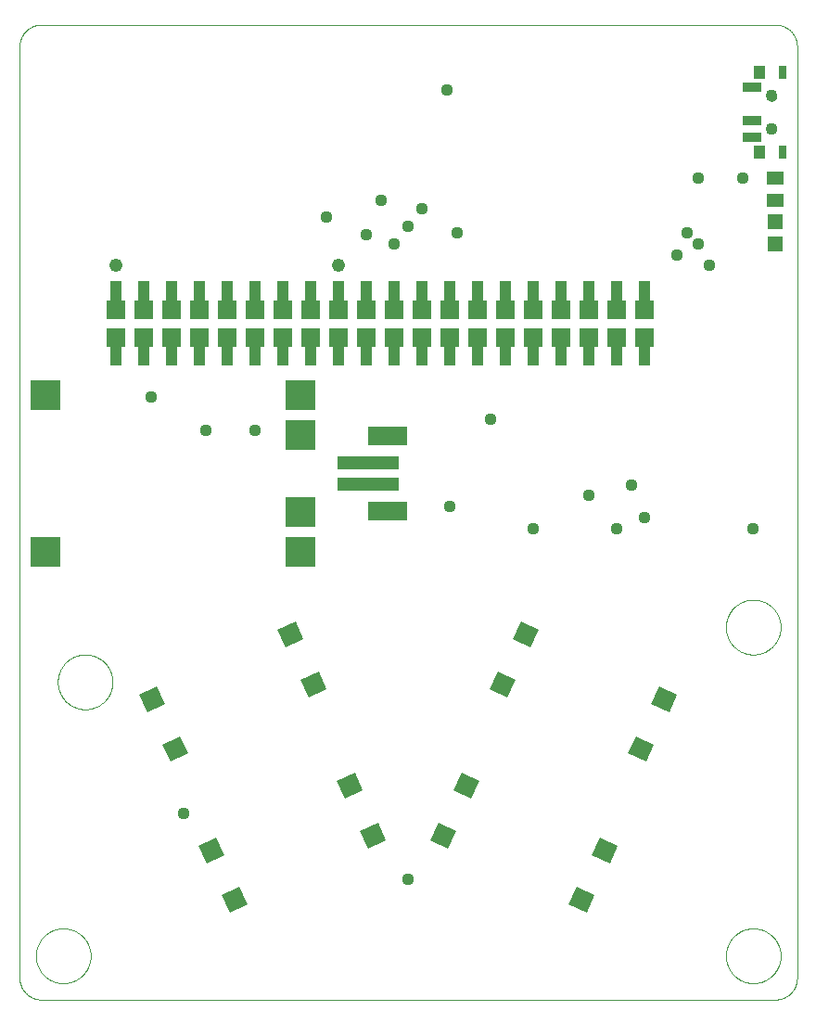
<source format=gbs>
G75*
%MOIN*%
%OFA0B0*%
%FSLAX25Y25*%
%IPPOS*%
%LPD*%
%AMOC8*
5,1,8,0,0,1.08239X$1,22.5*
%
%ADD10C,0.00000*%
%ADD11C,0.00039*%
%ADD12R,0.06800X0.06800*%
%ADD13R,0.04000X0.07800*%
%ADD14R,0.22454X0.04737*%
%ADD15R,0.14186X0.07099*%
%ADD16R,0.10800X0.10800*%
%ADD17R,0.07099X0.06902*%
%ADD18R,0.06312X0.05131*%
%ADD19R,0.05524X0.05524*%
%ADD20R,0.06706X0.03556*%
%ADD21R,0.03162X0.04737*%
%ADD22R,0.03950X0.04737*%
%ADD23C,0.04343*%
%ADD24C,0.04369*%
%ADD25C,0.04762*%
D10*
X0003248Y0009374D02*
X0003248Y0344020D01*
X0003250Y0344210D01*
X0003257Y0344400D01*
X0003269Y0344590D01*
X0003285Y0344780D01*
X0003305Y0344969D01*
X0003331Y0345158D01*
X0003360Y0345346D01*
X0003395Y0345533D01*
X0003434Y0345719D01*
X0003477Y0345904D01*
X0003525Y0346089D01*
X0003577Y0346272D01*
X0003633Y0346453D01*
X0003694Y0346633D01*
X0003760Y0346812D01*
X0003829Y0346989D01*
X0003903Y0347165D01*
X0003981Y0347338D01*
X0004064Y0347510D01*
X0004150Y0347679D01*
X0004240Y0347847D01*
X0004335Y0348012D01*
X0004433Y0348175D01*
X0004536Y0348335D01*
X0004642Y0348493D01*
X0004752Y0348648D01*
X0004865Y0348801D01*
X0004983Y0348951D01*
X0005104Y0349097D01*
X0005228Y0349241D01*
X0005356Y0349382D01*
X0005487Y0349520D01*
X0005622Y0349655D01*
X0005760Y0349786D01*
X0005901Y0349914D01*
X0006045Y0350038D01*
X0006191Y0350159D01*
X0006341Y0350277D01*
X0006494Y0350390D01*
X0006649Y0350500D01*
X0006807Y0350606D01*
X0006967Y0350709D01*
X0007130Y0350807D01*
X0007295Y0350902D01*
X0007463Y0350992D01*
X0007632Y0351078D01*
X0007804Y0351161D01*
X0007977Y0351239D01*
X0008153Y0351313D01*
X0008330Y0351382D01*
X0008509Y0351448D01*
X0008689Y0351509D01*
X0008870Y0351565D01*
X0009053Y0351617D01*
X0009238Y0351665D01*
X0009423Y0351708D01*
X0009609Y0351747D01*
X0009796Y0351782D01*
X0009984Y0351811D01*
X0010173Y0351837D01*
X0010362Y0351857D01*
X0010552Y0351873D01*
X0010742Y0351885D01*
X0010932Y0351892D01*
X0011122Y0351894D01*
X0274902Y0351894D01*
X0275092Y0351892D01*
X0275282Y0351885D01*
X0275472Y0351873D01*
X0275662Y0351857D01*
X0275851Y0351837D01*
X0276040Y0351811D01*
X0276228Y0351782D01*
X0276415Y0351747D01*
X0276601Y0351708D01*
X0276786Y0351665D01*
X0276971Y0351617D01*
X0277154Y0351565D01*
X0277335Y0351509D01*
X0277515Y0351448D01*
X0277694Y0351382D01*
X0277871Y0351313D01*
X0278047Y0351239D01*
X0278220Y0351161D01*
X0278392Y0351078D01*
X0278561Y0350992D01*
X0278729Y0350902D01*
X0278894Y0350807D01*
X0279057Y0350709D01*
X0279217Y0350606D01*
X0279375Y0350500D01*
X0279530Y0350390D01*
X0279683Y0350277D01*
X0279833Y0350159D01*
X0279979Y0350038D01*
X0280123Y0349914D01*
X0280264Y0349786D01*
X0280402Y0349655D01*
X0280537Y0349520D01*
X0280668Y0349382D01*
X0280796Y0349241D01*
X0280920Y0349097D01*
X0281041Y0348951D01*
X0281159Y0348801D01*
X0281272Y0348648D01*
X0281382Y0348493D01*
X0281488Y0348335D01*
X0281591Y0348175D01*
X0281689Y0348012D01*
X0281784Y0347847D01*
X0281874Y0347679D01*
X0281960Y0347510D01*
X0282043Y0347338D01*
X0282121Y0347165D01*
X0282195Y0346989D01*
X0282264Y0346812D01*
X0282330Y0346633D01*
X0282391Y0346453D01*
X0282447Y0346272D01*
X0282499Y0346089D01*
X0282547Y0345904D01*
X0282590Y0345719D01*
X0282629Y0345533D01*
X0282664Y0345346D01*
X0282693Y0345158D01*
X0282719Y0344969D01*
X0282739Y0344780D01*
X0282755Y0344590D01*
X0282767Y0344400D01*
X0282774Y0344210D01*
X0282776Y0344020D01*
X0282776Y0009374D01*
X0282774Y0009184D01*
X0282767Y0008994D01*
X0282755Y0008804D01*
X0282739Y0008614D01*
X0282719Y0008425D01*
X0282693Y0008236D01*
X0282664Y0008048D01*
X0282629Y0007861D01*
X0282590Y0007675D01*
X0282547Y0007490D01*
X0282499Y0007305D01*
X0282447Y0007122D01*
X0282391Y0006941D01*
X0282330Y0006761D01*
X0282264Y0006582D01*
X0282195Y0006405D01*
X0282121Y0006229D01*
X0282043Y0006056D01*
X0281960Y0005884D01*
X0281874Y0005715D01*
X0281784Y0005547D01*
X0281689Y0005382D01*
X0281591Y0005219D01*
X0281488Y0005059D01*
X0281382Y0004901D01*
X0281272Y0004746D01*
X0281159Y0004593D01*
X0281041Y0004443D01*
X0280920Y0004297D01*
X0280796Y0004153D01*
X0280668Y0004012D01*
X0280537Y0003874D01*
X0280402Y0003739D01*
X0280264Y0003608D01*
X0280123Y0003480D01*
X0279979Y0003356D01*
X0279833Y0003235D01*
X0279683Y0003117D01*
X0279530Y0003004D01*
X0279375Y0002894D01*
X0279217Y0002788D01*
X0279057Y0002685D01*
X0278894Y0002587D01*
X0278729Y0002492D01*
X0278561Y0002402D01*
X0278392Y0002316D01*
X0278220Y0002233D01*
X0278047Y0002155D01*
X0277871Y0002081D01*
X0277694Y0002012D01*
X0277515Y0001946D01*
X0277335Y0001885D01*
X0277154Y0001829D01*
X0276971Y0001777D01*
X0276786Y0001729D01*
X0276601Y0001686D01*
X0276415Y0001647D01*
X0276228Y0001612D01*
X0276040Y0001583D01*
X0275851Y0001557D01*
X0275662Y0001537D01*
X0275472Y0001521D01*
X0275282Y0001509D01*
X0275092Y0001502D01*
X0274902Y0001500D01*
X0011122Y0001500D01*
X0010932Y0001502D01*
X0010742Y0001509D01*
X0010552Y0001521D01*
X0010362Y0001537D01*
X0010173Y0001557D01*
X0009984Y0001583D01*
X0009796Y0001612D01*
X0009609Y0001647D01*
X0009423Y0001686D01*
X0009238Y0001729D01*
X0009053Y0001777D01*
X0008870Y0001829D01*
X0008689Y0001885D01*
X0008509Y0001946D01*
X0008330Y0002012D01*
X0008153Y0002081D01*
X0007977Y0002155D01*
X0007804Y0002233D01*
X0007632Y0002316D01*
X0007463Y0002402D01*
X0007295Y0002492D01*
X0007130Y0002587D01*
X0006967Y0002685D01*
X0006807Y0002788D01*
X0006649Y0002894D01*
X0006494Y0003004D01*
X0006341Y0003117D01*
X0006191Y0003235D01*
X0006045Y0003356D01*
X0005901Y0003480D01*
X0005760Y0003608D01*
X0005622Y0003739D01*
X0005487Y0003874D01*
X0005356Y0004012D01*
X0005228Y0004153D01*
X0005104Y0004297D01*
X0004983Y0004443D01*
X0004865Y0004593D01*
X0004752Y0004746D01*
X0004642Y0004901D01*
X0004536Y0005059D01*
X0004433Y0005219D01*
X0004335Y0005382D01*
X0004240Y0005547D01*
X0004150Y0005715D01*
X0004064Y0005884D01*
X0003981Y0006056D01*
X0003903Y0006229D01*
X0003829Y0006405D01*
X0003760Y0006582D01*
X0003694Y0006761D01*
X0003633Y0006941D01*
X0003577Y0007122D01*
X0003525Y0007305D01*
X0003477Y0007490D01*
X0003434Y0007675D01*
X0003395Y0007861D01*
X0003360Y0008048D01*
X0003331Y0008236D01*
X0003305Y0008425D01*
X0003285Y0008614D01*
X0003269Y0008804D01*
X0003257Y0008994D01*
X0003250Y0009184D01*
X0003248Y0009374D01*
X0271752Y0314492D02*
X0271754Y0314576D01*
X0271760Y0314659D01*
X0271770Y0314742D01*
X0271784Y0314825D01*
X0271801Y0314907D01*
X0271823Y0314988D01*
X0271848Y0315067D01*
X0271877Y0315146D01*
X0271910Y0315223D01*
X0271946Y0315298D01*
X0271986Y0315372D01*
X0272029Y0315444D01*
X0272076Y0315513D01*
X0272126Y0315580D01*
X0272179Y0315645D01*
X0272235Y0315707D01*
X0272293Y0315767D01*
X0272355Y0315824D01*
X0272419Y0315877D01*
X0272486Y0315928D01*
X0272555Y0315975D01*
X0272626Y0316020D01*
X0272699Y0316060D01*
X0272774Y0316097D01*
X0272851Y0316131D01*
X0272929Y0316161D01*
X0273008Y0316187D01*
X0273089Y0316210D01*
X0273171Y0316228D01*
X0273253Y0316243D01*
X0273336Y0316254D01*
X0273419Y0316261D01*
X0273503Y0316264D01*
X0273587Y0316263D01*
X0273670Y0316258D01*
X0273754Y0316249D01*
X0273836Y0316236D01*
X0273918Y0316220D01*
X0273999Y0316199D01*
X0274080Y0316175D01*
X0274158Y0316147D01*
X0274236Y0316115D01*
X0274312Y0316079D01*
X0274386Y0316040D01*
X0274458Y0315998D01*
X0274528Y0315952D01*
X0274596Y0315903D01*
X0274661Y0315851D01*
X0274724Y0315796D01*
X0274784Y0315738D01*
X0274842Y0315677D01*
X0274896Y0315613D01*
X0274948Y0315547D01*
X0274996Y0315479D01*
X0275041Y0315408D01*
X0275082Y0315335D01*
X0275121Y0315261D01*
X0275155Y0315185D01*
X0275186Y0315107D01*
X0275213Y0315028D01*
X0275237Y0314947D01*
X0275256Y0314866D01*
X0275272Y0314784D01*
X0275284Y0314701D01*
X0275292Y0314617D01*
X0275296Y0314534D01*
X0275296Y0314450D01*
X0275292Y0314367D01*
X0275284Y0314283D01*
X0275272Y0314200D01*
X0275256Y0314118D01*
X0275237Y0314037D01*
X0275213Y0313956D01*
X0275186Y0313877D01*
X0275155Y0313799D01*
X0275121Y0313723D01*
X0275082Y0313649D01*
X0275041Y0313576D01*
X0274996Y0313505D01*
X0274948Y0313437D01*
X0274896Y0313371D01*
X0274842Y0313307D01*
X0274784Y0313246D01*
X0274724Y0313188D01*
X0274661Y0313133D01*
X0274596Y0313081D01*
X0274528Y0313032D01*
X0274458Y0312986D01*
X0274386Y0312944D01*
X0274312Y0312905D01*
X0274236Y0312869D01*
X0274158Y0312837D01*
X0274080Y0312809D01*
X0273999Y0312785D01*
X0273918Y0312764D01*
X0273836Y0312748D01*
X0273754Y0312735D01*
X0273670Y0312726D01*
X0273587Y0312721D01*
X0273503Y0312720D01*
X0273419Y0312723D01*
X0273336Y0312730D01*
X0273253Y0312741D01*
X0273171Y0312756D01*
X0273089Y0312774D01*
X0273008Y0312797D01*
X0272929Y0312823D01*
X0272851Y0312853D01*
X0272774Y0312887D01*
X0272699Y0312924D01*
X0272626Y0312964D01*
X0272555Y0313009D01*
X0272486Y0313056D01*
X0272419Y0313107D01*
X0272355Y0313160D01*
X0272293Y0313217D01*
X0272235Y0313277D01*
X0272179Y0313339D01*
X0272126Y0313404D01*
X0272076Y0313471D01*
X0272029Y0313540D01*
X0271986Y0313612D01*
X0271946Y0313686D01*
X0271910Y0313761D01*
X0271877Y0313838D01*
X0271848Y0313917D01*
X0271823Y0313996D01*
X0271801Y0314077D01*
X0271784Y0314159D01*
X0271770Y0314242D01*
X0271760Y0314325D01*
X0271754Y0314408D01*
X0271752Y0314492D01*
X0271752Y0326303D02*
X0271754Y0326387D01*
X0271760Y0326470D01*
X0271770Y0326553D01*
X0271784Y0326636D01*
X0271801Y0326718D01*
X0271823Y0326799D01*
X0271848Y0326878D01*
X0271877Y0326957D01*
X0271910Y0327034D01*
X0271946Y0327109D01*
X0271986Y0327183D01*
X0272029Y0327255D01*
X0272076Y0327324D01*
X0272126Y0327391D01*
X0272179Y0327456D01*
X0272235Y0327518D01*
X0272293Y0327578D01*
X0272355Y0327635D01*
X0272419Y0327688D01*
X0272486Y0327739D01*
X0272555Y0327786D01*
X0272626Y0327831D01*
X0272699Y0327871D01*
X0272774Y0327908D01*
X0272851Y0327942D01*
X0272929Y0327972D01*
X0273008Y0327998D01*
X0273089Y0328021D01*
X0273171Y0328039D01*
X0273253Y0328054D01*
X0273336Y0328065D01*
X0273419Y0328072D01*
X0273503Y0328075D01*
X0273587Y0328074D01*
X0273670Y0328069D01*
X0273754Y0328060D01*
X0273836Y0328047D01*
X0273918Y0328031D01*
X0273999Y0328010D01*
X0274080Y0327986D01*
X0274158Y0327958D01*
X0274236Y0327926D01*
X0274312Y0327890D01*
X0274386Y0327851D01*
X0274458Y0327809D01*
X0274528Y0327763D01*
X0274596Y0327714D01*
X0274661Y0327662D01*
X0274724Y0327607D01*
X0274784Y0327549D01*
X0274842Y0327488D01*
X0274896Y0327424D01*
X0274948Y0327358D01*
X0274996Y0327290D01*
X0275041Y0327219D01*
X0275082Y0327146D01*
X0275121Y0327072D01*
X0275155Y0326996D01*
X0275186Y0326918D01*
X0275213Y0326839D01*
X0275237Y0326758D01*
X0275256Y0326677D01*
X0275272Y0326595D01*
X0275284Y0326512D01*
X0275292Y0326428D01*
X0275296Y0326345D01*
X0275296Y0326261D01*
X0275292Y0326178D01*
X0275284Y0326094D01*
X0275272Y0326011D01*
X0275256Y0325929D01*
X0275237Y0325848D01*
X0275213Y0325767D01*
X0275186Y0325688D01*
X0275155Y0325610D01*
X0275121Y0325534D01*
X0275082Y0325460D01*
X0275041Y0325387D01*
X0274996Y0325316D01*
X0274948Y0325248D01*
X0274896Y0325182D01*
X0274842Y0325118D01*
X0274784Y0325057D01*
X0274724Y0324999D01*
X0274661Y0324944D01*
X0274596Y0324892D01*
X0274528Y0324843D01*
X0274458Y0324797D01*
X0274386Y0324755D01*
X0274312Y0324716D01*
X0274236Y0324680D01*
X0274158Y0324648D01*
X0274080Y0324620D01*
X0273999Y0324596D01*
X0273918Y0324575D01*
X0273836Y0324559D01*
X0273754Y0324546D01*
X0273670Y0324537D01*
X0273587Y0324532D01*
X0273503Y0324531D01*
X0273419Y0324534D01*
X0273336Y0324541D01*
X0273253Y0324552D01*
X0273171Y0324567D01*
X0273089Y0324585D01*
X0273008Y0324608D01*
X0272929Y0324634D01*
X0272851Y0324664D01*
X0272774Y0324698D01*
X0272699Y0324735D01*
X0272626Y0324775D01*
X0272555Y0324820D01*
X0272486Y0324867D01*
X0272419Y0324918D01*
X0272355Y0324971D01*
X0272293Y0325028D01*
X0272235Y0325088D01*
X0272179Y0325150D01*
X0272126Y0325215D01*
X0272076Y0325282D01*
X0272029Y0325351D01*
X0271986Y0325423D01*
X0271946Y0325497D01*
X0271910Y0325572D01*
X0271877Y0325649D01*
X0271848Y0325728D01*
X0271823Y0325807D01*
X0271801Y0325888D01*
X0271784Y0325970D01*
X0271770Y0326053D01*
X0271760Y0326136D01*
X0271754Y0326219D01*
X0271752Y0326303D01*
D11*
X0257185Y0135358D02*
X0257188Y0135600D01*
X0257197Y0135841D01*
X0257212Y0136082D01*
X0257232Y0136323D01*
X0257259Y0136563D01*
X0257292Y0136802D01*
X0257330Y0137041D01*
X0257374Y0137278D01*
X0257424Y0137515D01*
X0257480Y0137750D01*
X0257542Y0137983D01*
X0257609Y0138215D01*
X0257682Y0138446D01*
X0257760Y0138674D01*
X0257845Y0138900D01*
X0257934Y0139125D01*
X0258029Y0139347D01*
X0258130Y0139566D01*
X0258236Y0139784D01*
X0258347Y0139998D01*
X0258464Y0140210D01*
X0258585Y0140418D01*
X0258712Y0140624D01*
X0258844Y0140826D01*
X0258981Y0141026D01*
X0259122Y0141221D01*
X0259268Y0141414D01*
X0259419Y0141602D01*
X0259575Y0141787D01*
X0259735Y0141968D01*
X0259899Y0142145D01*
X0260068Y0142318D01*
X0260241Y0142487D01*
X0260418Y0142651D01*
X0260599Y0142811D01*
X0260784Y0142967D01*
X0260972Y0143118D01*
X0261165Y0143264D01*
X0261360Y0143405D01*
X0261560Y0143542D01*
X0261762Y0143674D01*
X0261968Y0143801D01*
X0262176Y0143922D01*
X0262388Y0144039D01*
X0262602Y0144150D01*
X0262820Y0144256D01*
X0263039Y0144357D01*
X0263261Y0144452D01*
X0263486Y0144541D01*
X0263712Y0144626D01*
X0263940Y0144704D01*
X0264171Y0144777D01*
X0264403Y0144844D01*
X0264636Y0144906D01*
X0264871Y0144962D01*
X0265108Y0145012D01*
X0265345Y0145056D01*
X0265584Y0145094D01*
X0265823Y0145127D01*
X0266063Y0145154D01*
X0266304Y0145174D01*
X0266545Y0145189D01*
X0266786Y0145198D01*
X0267028Y0145201D01*
X0267270Y0145198D01*
X0267511Y0145189D01*
X0267752Y0145174D01*
X0267993Y0145154D01*
X0268233Y0145127D01*
X0268472Y0145094D01*
X0268711Y0145056D01*
X0268948Y0145012D01*
X0269185Y0144962D01*
X0269420Y0144906D01*
X0269653Y0144844D01*
X0269885Y0144777D01*
X0270116Y0144704D01*
X0270344Y0144626D01*
X0270570Y0144541D01*
X0270795Y0144452D01*
X0271017Y0144357D01*
X0271236Y0144256D01*
X0271454Y0144150D01*
X0271668Y0144039D01*
X0271880Y0143922D01*
X0272088Y0143801D01*
X0272294Y0143674D01*
X0272496Y0143542D01*
X0272696Y0143405D01*
X0272891Y0143264D01*
X0273084Y0143118D01*
X0273272Y0142967D01*
X0273457Y0142811D01*
X0273638Y0142651D01*
X0273815Y0142487D01*
X0273988Y0142318D01*
X0274157Y0142145D01*
X0274321Y0141968D01*
X0274481Y0141787D01*
X0274637Y0141602D01*
X0274788Y0141414D01*
X0274934Y0141221D01*
X0275075Y0141026D01*
X0275212Y0140826D01*
X0275344Y0140624D01*
X0275471Y0140418D01*
X0275592Y0140210D01*
X0275709Y0139998D01*
X0275820Y0139784D01*
X0275926Y0139566D01*
X0276027Y0139347D01*
X0276122Y0139125D01*
X0276211Y0138900D01*
X0276296Y0138674D01*
X0276374Y0138446D01*
X0276447Y0138215D01*
X0276514Y0137983D01*
X0276576Y0137750D01*
X0276632Y0137515D01*
X0276682Y0137278D01*
X0276726Y0137041D01*
X0276764Y0136802D01*
X0276797Y0136563D01*
X0276824Y0136323D01*
X0276844Y0136082D01*
X0276859Y0135841D01*
X0276868Y0135600D01*
X0276871Y0135358D01*
X0276868Y0135116D01*
X0276859Y0134875D01*
X0276844Y0134634D01*
X0276824Y0134393D01*
X0276797Y0134153D01*
X0276764Y0133914D01*
X0276726Y0133675D01*
X0276682Y0133438D01*
X0276632Y0133201D01*
X0276576Y0132966D01*
X0276514Y0132733D01*
X0276447Y0132501D01*
X0276374Y0132270D01*
X0276296Y0132042D01*
X0276211Y0131816D01*
X0276122Y0131591D01*
X0276027Y0131369D01*
X0275926Y0131150D01*
X0275820Y0130932D01*
X0275709Y0130718D01*
X0275592Y0130506D01*
X0275471Y0130298D01*
X0275344Y0130092D01*
X0275212Y0129890D01*
X0275075Y0129690D01*
X0274934Y0129495D01*
X0274788Y0129302D01*
X0274637Y0129114D01*
X0274481Y0128929D01*
X0274321Y0128748D01*
X0274157Y0128571D01*
X0273988Y0128398D01*
X0273815Y0128229D01*
X0273638Y0128065D01*
X0273457Y0127905D01*
X0273272Y0127749D01*
X0273084Y0127598D01*
X0272891Y0127452D01*
X0272696Y0127311D01*
X0272496Y0127174D01*
X0272294Y0127042D01*
X0272088Y0126915D01*
X0271880Y0126794D01*
X0271668Y0126677D01*
X0271454Y0126566D01*
X0271236Y0126460D01*
X0271017Y0126359D01*
X0270795Y0126264D01*
X0270570Y0126175D01*
X0270344Y0126090D01*
X0270116Y0126012D01*
X0269885Y0125939D01*
X0269653Y0125872D01*
X0269420Y0125810D01*
X0269185Y0125754D01*
X0268948Y0125704D01*
X0268711Y0125660D01*
X0268472Y0125622D01*
X0268233Y0125589D01*
X0267993Y0125562D01*
X0267752Y0125542D01*
X0267511Y0125527D01*
X0267270Y0125518D01*
X0267028Y0125515D01*
X0266786Y0125518D01*
X0266545Y0125527D01*
X0266304Y0125542D01*
X0266063Y0125562D01*
X0265823Y0125589D01*
X0265584Y0125622D01*
X0265345Y0125660D01*
X0265108Y0125704D01*
X0264871Y0125754D01*
X0264636Y0125810D01*
X0264403Y0125872D01*
X0264171Y0125939D01*
X0263940Y0126012D01*
X0263712Y0126090D01*
X0263486Y0126175D01*
X0263261Y0126264D01*
X0263039Y0126359D01*
X0262820Y0126460D01*
X0262602Y0126566D01*
X0262388Y0126677D01*
X0262176Y0126794D01*
X0261968Y0126915D01*
X0261762Y0127042D01*
X0261560Y0127174D01*
X0261360Y0127311D01*
X0261165Y0127452D01*
X0260972Y0127598D01*
X0260784Y0127749D01*
X0260599Y0127905D01*
X0260418Y0128065D01*
X0260241Y0128229D01*
X0260068Y0128398D01*
X0259899Y0128571D01*
X0259735Y0128748D01*
X0259575Y0128929D01*
X0259419Y0129114D01*
X0259268Y0129302D01*
X0259122Y0129495D01*
X0258981Y0129690D01*
X0258844Y0129890D01*
X0258712Y0130092D01*
X0258585Y0130298D01*
X0258464Y0130506D01*
X0258347Y0130718D01*
X0258236Y0130932D01*
X0258130Y0131150D01*
X0258029Y0131369D01*
X0257934Y0131591D01*
X0257845Y0131816D01*
X0257760Y0132042D01*
X0257682Y0132270D01*
X0257609Y0132501D01*
X0257542Y0132733D01*
X0257480Y0132966D01*
X0257424Y0133201D01*
X0257374Y0133438D01*
X0257330Y0133675D01*
X0257292Y0133914D01*
X0257259Y0134153D01*
X0257232Y0134393D01*
X0257212Y0134634D01*
X0257197Y0134875D01*
X0257188Y0135116D01*
X0257185Y0135358D01*
X0257185Y0017248D02*
X0257188Y0017490D01*
X0257197Y0017731D01*
X0257212Y0017972D01*
X0257232Y0018213D01*
X0257259Y0018453D01*
X0257292Y0018692D01*
X0257330Y0018931D01*
X0257374Y0019168D01*
X0257424Y0019405D01*
X0257480Y0019640D01*
X0257542Y0019873D01*
X0257609Y0020105D01*
X0257682Y0020336D01*
X0257760Y0020564D01*
X0257845Y0020790D01*
X0257934Y0021015D01*
X0258029Y0021237D01*
X0258130Y0021456D01*
X0258236Y0021674D01*
X0258347Y0021888D01*
X0258464Y0022100D01*
X0258585Y0022308D01*
X0258712Y0022514D01*
X0258844Y0022716D01*
X0258981Y0022916D01*
X0259122Y0023111D01*
X0259268Y0023304D01*
X0259419Y0023492D01*
X0259575Y0023677D01*
X0259735Y0023858D01*
X0259899Y0024035D01*
X0260068Y0024208D01*
X0260241Y0024377D01*
X0260418Y0024541D01*
X0260599Y0024701D01*
X0260784Y0024857D01*
X0260972Y0025008D01*
X0261165Y0025154D01*
X0261360Y0025295D01*
X0261560Y0025432D01*
X0261762Y0025564D01*
X0261968Y0025691D01*
X0262176Y0025812D01*
X0262388Y0025929D01*
X0262602Y0026040D01*
X0262820Y0026146D01*
X0263039Y0026247D01*
X0263261Y0026342D01*
X0263486Y0026431D01*
X0263712Y0026516D01*
X0263940Y0026594D01*
X0264171Y0026667D01*
X0264403Y0026734D01*
X0264636Y0026796D01*
X0264871Y0026852D01*
X0265108Y0026902D01*
X0265345Y0026946D01*
X0265584Y0026984D01*
X0265823Y0027017D01*
X0266063Y0027044D01*
X0266304Y0027064D01*
X0266545Y0027079D01*
X0266786Y0027088D01*
X0267028Y0027091D01*
X0267270Y0027088D01*
X0267511Y0027079D01*
X0267752Y0027064D01*
X0267993Y0027044D01*
X0268233Y0027017D01*
X0268472Y0026984D01*
X0268711Y0026946D01*
X0268948Y0026902D01*
X0269185Y0026852D01*
X0269420Y0026796D01*
X0269653Y0026734D01*
X0269885Y0026667D01*
X0270116Y0026594D01*
X0270344Y0026516D01*
X0270570Y0026431D01*
X0270795Y0026342D01*
X0271017Y0026247D01*
X0271236Y0026146D01*
X0271454Y0026040D01*
X0271668Y0025929D01*
X0271880Y0025812D01*
X0272088Y0025691D01*
X0272294Y0025564D01*
X0272496Y0025432D01*
X0272696Y0025295D01*
X0272891Y0025154D01*
X0273084Y0025008D01*
X0273272Y0024857D01*
X0273457Y0024701D01*
X0273638Y0024541D01*
X0273815Y0024377D01*
X0273988Y0024208D01*
X0274157Y0024035D01*
X0274321Y0023858D01*
X0274481Y0023677D01*
X0274637Y0023492D01*
X0274788Y0023304D01*
X0274934Y0023111D01*
X0275075Y0022916D01*
X0275212Y0022716D01*
X0275344Y0022514D01*
X0275471Y0022308D01*
X0275592Y0022100D01*
X0275709Y0021888D01*
X0275820Y0021674D01*
X0275926Y0021456D01*
X0276027Y0021237D01*
X0276122Y0021015D01*
X0276211Y0020790D01*
X0276296Y0020564D01*
X0276374Y0020336D01*
X0276447Y0020105D01*
X0276514Y0019873D01*
X0276576Y0019640D01*
X0276632Y0019405D01*
X0276682Y0019168D01*
X0276726Y0018931D01*
X0276764Y0018692D01*
X0276797Y0018453D01*
X0276824Y0018213D01*
X0276844Y0017972D01*
X0276859Y0017731D01*
X0276868Y0017490D01*
X0276871Y0017248D01*
X0276868Y0017006D01*
X0276859Y0016765D01*
X0276844Y0016524D01*
X0276824Y0016283D01*
X0276797Y0016043D01*
X0276764Y0015804D01*
X0276726Y0015565D01*
X0276682Y0015328D01*
X0276632Y0015091D01*
X0276576Y0014856D01*
X0276514Y0014623D01*
X0276447Y0014391D01*
X0276374Y0014160D01*
X0276296Y0013932D01*
X0276211Y0013706D01*
X0276122Y0013481D01*
X0276027Y0013259D01*
X0275926Y0013040D01*
X0275820Y0012822D01*
X0275709Y0012608D01*
X0275592Y0012396D01*
X0275471Y0012188D01*
X0275344Y0011982D01*
X0275212Y0011780D01*
X0275075Y0011580D01*
X0274934Y0011385D01*
X0274788Y0011192D01*
X0274637Y0011004D01*
X0274481Y0010819D01*
X0274321Y0010638D01*
X0274157Y0010461D01*
X0273988Y0010288D01*
X0273815Y0010119D01*
X0273638Y0009955D01*
X0273457Y0009795D01*
X0273272Y0009639D01*
X0273084Y0009488D01*
X0272891Y0009342D01*
X0272696Y0009201D01*
X0272496Y0009064D01*
X0272294Y0008932D01*
X0272088Y0008805D01*
X0271880Y0008684D01*
X0271668Y0008567D01*
X0271454Y0008456D01*
X0271236Y0008350D01*
X0271017Y0008249D01*
X0270795Y0008154D01*
X0270570Y0008065D01*
X0270344Y0007980D01*
X0270116Y0007902D01*
X0269885Y0007829D01*
X0269653Y0007762D01*
X0269420Y0007700D01*
X0269185Y0007644D01*
X0268948Y0007594D01*
X0268711Y0007550D01*
X0268472Y0007512D01*
X0268233Y0007479D01*
X0267993Y0007452D01*
X0267752Y0007432D01*
X0267511Y0007417D01*
X0267270Y0007408D01*
X0267028Y0007405D01*
X0266786Y0007408D01*
X0266545Y0007417D01*
X0266304Y0007432D01*
X0266063Y0007452D01*
X0265823Y0007479D01*
X0265584Y0007512D01*
X0265345Y0007550D01*
X0265108Y0007594D01*
X0264871Y0007644D01*
X0264636Y0007700D01*
X0264403Y0007762D01*
X0264171Y0007829D01*
X0263940Y0007902D01*
X0263712Y0007980D01*
X0263486Y0008065D01*
X0263261Y0008154D01*
X0263039Y0008249D01*
X0262820Y0008350D01*
X0262602Y0008456D01*
X0262388Y0008567D01*
X0262176Y0008684D01*
X0261968Y0008805D01*
X0261762Y0008932D01*
X0261560Y0009064D01*
X0261360Y0009201D01*
X0261165Y0009342D01*
X0260972Y0009488D01*
X0260784Y0009639D01*
X0260599Y0009795D01*
X0260418Y0009955D01*
X0260241Y0010119D01*
X0260068Y0010288D01*
X0259899Y0010461D01*
X0259735Y0010638D01*
X0259575Y0010819D01*
X0259419Y0011004D01*
X0259268Y0011192D01*
X0259122Y0011385D01*
X0258981Y0011580D01*
X0258844Y0011780D01*
X0258712Y0011982D01*
X0258585Y0012188D01*
X0258464Y0012396D01*
X0258347Y0012608D01*
X0258236Y0012822D01*
X0258130Y0013040D01*
X0258029Y0013259D01*
X0257934Y0013481D01*
X0257845Y0013706D01*
X0257760Y0013932D01*
X0257682Y0014160D01*
X0257609Y0014391D01*
X0257542Y0014623D01*
X0257480Y0014856D01*
X0257424Y0015091D01*
X0257374Y0015328D01*
X0257330Y0015565D01*
X0257292Y0015804D01*
X0257259Y0016043D01*
X0257232Y0016283D01*
X0257212Y0016524D01*
X0257197Y0016765D01*
X0257188Y0017006D01*
X0257185Y0017248D01*
X0017027Y0115673D02*
X0017030Y0115915D01*
X0017039Y0116156D01*
X0017054Y0116397D01*
X0017074Y0116638D01*
X0017101Y0116878D01*
X0017134Y0117117D01*
X0017172Y0117356D01*
X0017216Y0117593D01*
X0017266Y0117830D01*
X0017322Y0118065D01*
X0017384Y0118298D01*
X0017451Y0118530D01*
X0017524Y0118761D01*
X0017602Y0118989D01*
X0017687Y0119215D01*
X0017776Y0119440D01*
X0017871Y0119662D01*
X0017972Y0119881D01*
X0018078Y0120099D01*
X0018189Y0120313D01*
X0018306Y0120525D01*
X0018427Y0120733D01*
X0018554Y0120939D01*
X0018686Y0121141D01*
X0018823Y0121341D01*
X0018964Y0121536D01*
X0019110Y0121729D01*
X0019261Y0121917D01*
X0019417Y0122102D01*
X0019577Y0122283D01*
X0019741Y0122460D01*
X0019910Y0122633D01*
X0020083Y0122802D01*
X0020260Y0122966D01*
X0020441Y0123126D01*
X0020626Y0123282D01*
X0020814Y0123433D01*
X0021007Y0123579D01*
X0021202Y0123720D01*
X0021402Y0123857D01*
X0021604Y0123989D01*
X0021810Y0124116D01*
X0022018Y0124237D01*
X0022230Y0124354D01*
X0022444Y0124465D01*
X0022662Y0124571D01*
X0022881Y0124672D01*
X0023103Y0124767D01*
X0023328Y0124856D01*
X0023554Y0124941D01*
X0023782Y0125019D01*
X0024013Y0125092D01*
X0024245Y0125159D01*
X0024478Y0125221D01*
X0024713Y0125277D01*
X0024950Y0125327D01*
X0025187Y0125371D01*
X0025426Y0125409D01*
X0025665Y0125442D01*
X0025905Y0125469D01*
X0026146Y0125489D01*
X0026387Y0125504D01*
X0026628Y0125513D01*
X0026870Y0125516D01*
X0027112Y0125513D01*
X0027353Y0125504D01*
X0027594Y0125489D01*
X0027835Y0125469D01*
X0028075Y0125442D01*
X0028314Y0125409D01*
X0028553Y0125371D01*
X0028790Y0125327D01*
X0029027Y0125277D01*
X0029262Y0125221D01*
X0029495Y0125159D01*
X0029727Y0125092D01*
X0029958Y0125019D01*
X0030186Y0124941D01*
X0030412Y0124856D01*
X0030637Y0124767D01*
X0030859Y0124672D01*
X0031078Y0124571D01*
X0031296Y0124465D01*
X0031510Y0124354D01*
X0031722Y0124237D01*
X0031930Y0124116D01*
X0032136Y0123989D01*
X0032338Y0123857D01*
X0032538Y0123720D01*
X0032733Y0123579D01*
X0032926Y0123433D01*
X0033114Y0123282D01*
X0033299Y0123126D01*
X0033480Y0122966D01*
X0033657Y0122802D01*
X0033830Y0122633D01*
X0033999Y0122460D01*
X0034163Y0122283D01*
X0034323Y0122102D01*
X0034479Y0121917D01*
X0034630Y0121729D01*
X0034776Y0121536D01*
X0034917Y0121341D01*
X0035054Y0121141D01*
X0035186Y0120939D01*
X0035313Y0120733D01*
X0035434Y0120525D01*
X0035551Y0120313D01*
X0035662Y0120099D01*
X0035768Y0119881D01*
X0035869Y0119662D01*
X0035964Y0119440D01*
X0036053Y0119215D01*
X0036138Y0118989D01*
X0036216Y0118761D01*
X0036289Y0118530D01*
X0036356Y0118298D01*
X0036418Y0118065D01*
X0036474Y0117830D01*
X0036524Y0117593D01*
X0036568Y0117356D01*
X0036606Y0117117D01*
X0036639Y0116878D01*
X0036666Y0116638D01*
X0036686Y0116397D01*
X0036701Y0116156D01*
X0036710Y0115915D01*
X0036713Y0115673D01*
X0036710Y0115431D01*
X0036701Y0115190D01*
X0036686Y0114949D01*
X0036666Y0114708D01*
X0036639Y0114468D01*
X0036606Y0114229D01*
X0036568Y0113990D01*
X0036524Y0113753D01*
X0036474Y0113516D01*
X0036418Y0113281D01*
X0036356Y0113048D01*
X0036289Y0112816D01*
X0036216Y0112585D01*
X0036138Y0112357D01*
X0036053Y0112131D01*
X0035964Y0111906D01*
X0035869Y0111684D01*
X0035768Y0111465D01*
X0035662Y0111247D01*
X0035551Y0111033D01*
X0035434Y0110821D01*
X0035313Y0110613D01*
X0035186Y0110407D01*
X0035054Y0110205D01*
X0034917Y0110005D01*
X0034776Y0109810D01*
X0034630Y0109617D01*
X0034479Y0109429D01*
X0034323Y0109244D01*
X0034163Y0109063D01*
X0033999Y0108886D01*
X0033830Y0108713D01*
X0033657Y0108544D01*
X0033480Y0108380D01*
X0033299Y0108220D01*
X0033114Y0108064D01*
X0032926Y0107913D01*
X0032733Y0107767D01*
X0032538Y0107626D01*
X0032338Y0107489D01*
X0032136Y0107357D01*
X0031930Y0107230D01*
X0031722Y0107109D01*
X0031510Y0106992D01*
X0031296Y0106881D01*
X0031078Y0106775D01*
X0030859Y0106674D01*
X0030637Y0106579D01*
X0030412Y0106490D01*
X0030186Y0106405D01*
X0029958Y0106327D01*
X0029727Y0106254D01*
X0029495Y0106187D01*
X0029262Y0106125D01*
X0029027Y0106069D01*
X0028790Y0106019D01*
X0028553Y0105975D01*
X0028314Y0105937D01*
X0028075Y0105904D01*
X0027835Y0105877D01*
X0027594Y0105857D01*
X0027353Y0105842D01*
X0027112Y0105833D01*
X0026870Y0105830D01*
X0026628Y0105833D01*
X0026387Y0105842D01*
X0026146Y0105857D01*
X0025905Y0105877D01*
X0025665Y0105904D01*
X0025426Y0105937D01*
X0025187Y0105975D01*
X0024950Y0106019D01*
X0024713Y0106069D01*
X0024478Y0106125D01*
X0024245Y0106187D01*
X0024013Y0106254D01*
X0023782Y0106327D01*
X0023554Y0106405D01*
X0023328Y0106490D01*
X0023103Y0106579D01*
X0022881Y0106674D01*
X0022662Y0106775D01*
X0022444Y0106881D01*
X0022230Y0106992D01*
X0022018Y0107109D01*
X0021810Y0107230D01*
X0021604Y0107357D01*
X0021402Y0107489D01*
X0021202Y0107626D01*
X0021007Y0107767D01*
X0020814Y0107913D01*
X0020626Y0108064D01*
X0020441Y0108220D01*
X0020260Y0108380D01*
X0020083Y0108544D01*
X0019910Y0108713D01*
X0019741Y0108886D01*
X0019577Y0109063D01*
X0019417Y0109244D01*
X0019261Y0109429D01*
X0019110Y0109617D01*
X0018964Y0109810D01*
X0018823Y0110005D01*
X0018686Y0110205D01*
X0018554Y0110407D01*
X0018427Y0110613D01*
X0018306Y0110821D01*
X0018189Y0111033D01*
X0018078Y0111247D01*
X0017972Y0111465D01*
X0017871Y0111684D01*
X0017776Y0111906D01*
X0017687Y0112131D01*
X0017602Y0112357D01*
X0017524Y0112585D01*
X0017451Y0112816D01*
X0017384Y0113048D01*
X0017322Y0113281D01*
X0017266Y0113516D01*
X0017216Y0113753D01*
X0017172Y0113990D01*
X0017134Y0114229D01*
X0017101Y0114468D01*
X0017074Y0114708D01*
X0017054Y0114949D01*
X0017039Y0115190D01*
X0017030Y0115431D01*
X0017027Y0115673D01*
X0009153Y0017248D02*
X0009156Y0017490D01*
X0009165Y0017731D01*
X0009180Y0017972D01*
X0009200Y0018213D01*
X0009227Y0018453D01*
X0009260Y0018692D01*
X0009298Y0018931D01*
X0009342Y0019168D01*
X0009392Y0019405D01*
X0009448Y0019640D01*
X0009510Y0019873D01*
X0009577Y0020105D01*
X0009650Y0020336D01*
X0009728Y0020564D01*
X0009813Y0020790D01*
X0009902Y0021015D01*
X0009997Y0021237D01*
X0010098Y0021456D01*
X0010204Y0021674D01*
X0010315Y0021888D01*
X0010432Y0022100D01*
X0010553Y0022308D01*
X0010680Y0022514D01*
X0010812Y0022716D01*
X0010949Y0022916D01*
X0011090Y0023111D01*
X0011236Y0023304D01*
X0011387Y0023492D01*
X0011543Y0023677D01*
X0011703Y0023858D01*
X0011867Y0024035D01*
X0012036Y0024208D01*
X0012209Y0024377D01*
X0012386Y0024541D01*
X0012567Y0024701D01*
X0012752Y0024857D01*
X0012940Y0025008D01*
X0013133Y0025154D01*
X0013328Y0025295D01*
X0013528Y0025432D01*
X0013730Y0025564D01*
X0013936Y0025691D01*
X0014144Y0025812D01*
X0014356Y0025929D01*
X0014570Y0026040D01*
X0014788Y0026146D01*
X0015007Y0026247D01*
X0015229Y0026342D01*
X0015454Y0026431D01*
X0015680Y0026516D01*
X0015908Y0026594D01*
X0016139Y0026667D01*
X0016371Y0026734D01*
X0016604Y0026796D01*
X0016839Y0026852D01*
X0017076Y0026902D01*
X0017313Y0026946D01*
X0017552Y0026984D01*
X0017791Y0027017D01*
X0018031Y0027044D01*
X0018272Y0027064D01*
X0018513Y0027079D01*
X0018754Y0027088D01*
X0018996Y0027091D01*
X0019238Y0027088D01*
X0019479Y0027079D01*
X0019720Y0027064D01*
X0019961Y0027044D01*
X0020201Y0027017D01*
X0020440Y0026984D01*
X0020679Y0026946D01*
X0020916Y0026902D01*
X0021153Y0026852D01*
X0021388Y0026796D01*
X0021621Y0026734D01*
X0021853Y0026667D01*
X0022084Y0026594D01*
X0022312Y0026516D01*
X0022538Y0026431D01*
X0022763Y0026342D01*
X0022985Y0026247D01*
X0023204Y0026146D01*
X0023422Y0026040D01*
X0023636Y0025929D01*
X0023848Y0025812D01*
X0024056Y0025691D01*
X0024262Y0025564D01*
X0024464Y0025432D01*
X0024664Y0025295D01*
X0024859Y0025154D01*
X0025052Y0025008D01*
X0025240Y0024857D01*
X0025425Y0024701D01*
X0025606Y0024541D01*
X0025783Y0024377D01*
X0025956Y0024208D01*
X0026125Y0024035D01*
X0026289Y0023858D01*
X0026449Y0023677D01*
X0026605Y0023492D01*
X0026756Y0023304D01*
X0026902Y0023111D01*
X0027043Y0022916D01*
X0027180Y0022716D01*
X0027312Y0022514D01*
X0027439Y0022308D01*
X0027560Y0022100D01*
X0027677Y0021888D01*
X0027788Y0021674D01*
X0027894Y0021456D01*
X0027995Y0021237D01*
X0028090Y0021015D01*
X0028179Y0020790D01*
X0028264Y0020564D01*
X0028342Y0020336D01*
X0028415Y0020105D01*
X0028482Y0019873D01*
X0028544Y0019640D01*
X0028600Y0019405D01*
X0028650Y0019168D01*
X0028694Y0018931D01*
X0028732Y0018692D01*
X0028765Y0018453D01*
X0028792Y0018213D01*
X0028812Y0017972D01*
X0028827Y0017731D01*
X0028836Y0017490D01*
X0028839Y0017248D01*
X0028836Y0017006D01*
X0028827Y0016765D01*
X0028812Y0016524D01*
X0028792Y0016283D01*
X0028765Y0016043D01*
X0028732Y0015804D01*
X0028694Y0015565D01*
X0028650Y0015328D01*
X0028600Y0015091D01*
X0028544Y0014856D01*
X0028482Y0014623D01*
X0028415Y0014391D01*
X0028342Y0014160D01*
X0028264Y0013932D01*
X0028179Y0013706D01*
X0028090Y0013481D01*
X0027995Y0013259D01*
X0027894Y0013040D01*
X0027788Y0012822D01*
X0027677Y0012608D01*
X0027560Y0012396D01*
X0027439Y0012188D01*
X0027312Y0011982D01*
X0027180Y0011780D01*
X0027043Y0011580D01*
X0026902Y0011385D01*
X0026756Y0011192D01*
X0026605Y0011004D01*
X0026449Y0010819D01*
X0026289Y0010638D01*
X0026125Y0010461D01*
X0025956Y0010288D01*
X0025783Y0010119D01*
X0025606Y0009955D01*
X0025425Y0009795D01*
X0025240Y0009639D01*
X0025052Y0009488D01*
X0024859Y0009342D01*
X0024664Y0009201D01*
X0024464Y0009064D01*
X0024262Y0008932D01*
X0024056Y0008805D01*
X0023848Y0008684D01*
X0023636Y0008567D01*
X0023422Y0008456D01*
X0023204Y0008350D01*
X0022985Y0008249D01*
X0022763Y0008154D01*
X0022538Y0008065D01*
X0022312Y0007980D01*
X0022084Y0007902D01*
X0021853Y0007829D01*
X0021621Y0007762D01*
X0021388Y0007700D01*
X0021153Y0007644D01*
X0020916Y0007594D01*
X0020679Y0007550D01*
X0020440Y0007512D01*
X0020201Y0007479D01*
X0019961Y0007452D01*
X0019720Y0007432D01*
X0019479Y0007417D01*
X0019238Y0007408D01*
X0018996Y0007405D01*
X0018754Y0007408D01*
X0018513Y0007417D01*
X0018272Y0007432D01*
X0018031Y0007452D01*
X0017791Y0007479D01*
X0017552Y0007512D01*
X0017313Y0007550D01*
X0017076Y0007594D01*
X0016839Y0007644D01*
X0016604Y0007700D01*
X0016371Y0007762D01*
X0016139Y0007829D01*
X0015908Y0007902D01*
X0015680Y0007980D01*
X0015454Y0008065D01*
X0015229Y0008154D01*
X0015007Y0008249D01*
X0014788Y0008350D01*
X0014570Y0008456D01*
X0014356Y0008567D01*
X0014144Y0008684D01*
X0013936Y0008805D01*
X0013730Y0008932D01*
X0013528Y0009064D01*
X0013328Y0009201D01*
X0013133Y0009342D01*
X0012940Y0009488D01*
X0012752Y0009639D01*
X0012567Y0009795D01*
X0012386Y0009955D01*
X0012209Y0010119D01*
X0012036Y0010288D01*
X0011867Y0010461D01*
X0011703Y0010638D01*
X0011543Y0010819D01*
X0011387Y0011004D01*
X0011236Y0011192D01*
X0011090Y0011385D01*
X0010949Y0011580D01*
X0010812Y0011780D01*
X0010680Y0011982D01*
X0010553Y0012188D01*
X0010432Y0012396D01*
X0010315Y0012608D01*
X0010204Y0012822D01*
X0010098Y0013040D01*
X0009997Y0013259D01*
X0009902Y0013481D01*
X0009813Y0013706D01*
X0009728Y0013932D01*
X0009650Y0014160D01*
X0009577Y0014391D01*
X0009510Y0014623D01*
X0009448Y0014856D01*
X0009392Y0015091D01*
X0009342Y0015328D01*
X0009298Y0015565D01*
X0009260Y0015804D01*
X0009227Y0016043D01*
X0009200Y0016283D01*
X0009180Y0016524D01*
X0009165Y0016765D01*
X0009156Y0017006D01*
X0009153Y0017248D01*
D12*
X0038000Y0239520D03*
X0038000Y0249520D03*
X0048000Y0249520D03*
X0048000Y0239520D03*
X0058000Y0239520D03*
X0058000Y0249520D03*
X0068000Y0249520D03*
X0068000Y0239520D03*
X0078000Y0239520D03*
X0078000Y0249520D03*
X0088000Y0249520D03*
X0088000Y0239520D03*
X0098000Y0239520D03*
X0098000Y0249520D03*
X0108000Y0249520D03*
X0108000Y0239520D03*
X0118000Y0239520D03*
X0118000Y0249520D03*
X0128000Y0249520D03*
X0128000Y0239520D03*
X0138000Y0239520D03*
X0138000Y0249520D03*
X0148000Y0249520D03*
X0148000Y0239520D03*
X0158000Y0239520D03*
X0158000Y0249520D03*
X0168000Y0249520D03*
X0168000Y0239520D03*
X0178000Y0239520D03*
X0178000Y0249520D03*
X0188000Y0249520D03*
X0188000Y0239520D03*
X0198000Y0239520D03*
X0198000Y0249520D03*
X0208000Y0249520D03*
X0208000Y0239520D03*
X0218000Y0239520D03*
X0218000Y0249520D03*
X0228000Y0249520D03*
X0228000Y0239520D03*
D13*
X0228000Y0233020D03*
X0218000Y0233020D03*
X0208000Y0233020D03*
X0198000Y0233020D03*
X0188000Y0233020D03*
X0178000Y0233020D03*
X0168000Y0233020D03*
X0158000Y0233020D03*
X0148000Y0233020D03*
X0138000Y0233020D03*
X0128000Y0233020D03*
X0118000Y0233020D03*
X0108000Y0233020D03*
X0098000Y0233020D03*
X0088000Y0233020D03*
X0078000Y0233020D03*
X0068000Y0233020D03*
X0058000Y0233020D03*
X0048000Y0233020D03*
X0038000Y0233020D03*
X0038000Y0256020D03*
X0048000Y0256020D03*
X0058000Y0256020D03*
X0068000Y0256020D03*
X0078000Y0256020D03*
X0088000Y0256020D03*
X0098000Y0256020D03*
X0108000Y0256020D03*
X0118000Y0256020D03*
X0128000Y0256020D03*
X0138000Y0256020D03*
X0148000Y0256020D03*
X0158000Y0256020D03*
X0168000Y0256020D03*
X0178000Y0256020D03*
X0188000Y0256020D03*
X0198000Y0256020D03*
X0208000Y0256020D03*
X0218000Y0256020D03*
X0228000Y0256020D03*
D14*
X0128524Y0194512D03*
X0128524Y0186638D03*
D15*
X0135610Y0177189D03*
X0135610Y0203961D03*
D16*
X0104232Y0204256D03*
X0104232Y0218626D03*
X0104232Y0176697D03*
X0104232Y0162327D03*
X0012500Y0162327D03*
X0012500Y0218626D03*
D17*
G36*
X0046298Y0111047D02*
X0052730Y0114047D01*
X0055646Y0107793D01*
X0049214Y0104793D01*
X0046298Y0111047D01*
G37*
G36*
X0054618Y0093206D02*
X0061050Y0096206D01*
X0063966Y0089952D01*
X0057534Y0086952D01*
X0054618Y0093206D01*
G37*
G36*
X0067624Y0056787D02*
X0074056Y0059787D01*
X0076972Y0053533D01*
X0070540Y0050533D01*
X0067624Y0056787D01*
G37*
G36*
X0075943Y0038947D02*
X0082375Y0041947D01*
X0085291Y0035693D01*
X0078859Y0032693D01*
X0075943Y0038947D01*
G37*
G36*
X0117399Y0079998D02*
X0123831Y0082998D01*
X0126747Y0076744D01*
X0120315Y0073744D01*
X0117399Y0079998D01*
G37*
G36*
X0125719Y0062157D02*
X0132151Y0065157D01*
X0135067Y0058903D01*
X0128635Y0055903D01*
X0125719Y0062157D01*
G37*
G36*
X0157389Y0055903D02*
X0150957Y0058903D01*
X0153873Y0065157D01*
X0160305Y0062157D01*
X0157389Y0055903D01*
G37*
G36*
X0165708Y0073744D02*
X0159276Y0076744D01*
X0162192Y0082998D01*
X0168624Y0079998D01*
X0165708Y0073744D01*
G37*
G36*
X0178715Y0110163D02*
X0172283Y0113163D01*
X0175199Y0119417D01*
X0181631Y0116417D01*
X0178715Y0110163D01*
G37*
G36*
X0187034Y0128004D02*
X0180602Y0131004D01*
X0183518Y0137258D01*
X0189950Y0134258D01*
X0187034Y0128004D01*
G37*
G36*
X0228490Y0086952D02*
X0222058Y0089952D01*
X0224974Y0096206D01*
X0231406Y0093206D01*
X0228490Y0086952D01*
G37*
G36*
X0236809Y0104793D02*
X0230377Y0107793D01*
X0233293Y0114047D01*
X0239725Y0111047D01*
X0236809Y0104793D01*
G37*
G36*
X0215484Y0050533D02*
X0209052Y0053533D01*
X0211968Y0059787D01*
X0218400Y0056787D01*
X0215484Y0050533D01*
G37*
G36*
X0207165Y0032693D02*
X0200733Y0035693D01*
X0203649Y0041947D01*
X0210081Y0038947D01*
X0207165Y0032693D01*
G37*
G36*
X0104393Y0116417D02*
X0110825Y0119417D01*
X0113741Y0113163D01*
X0107309Y0110163D01*
X0104393Y0116417D01*
G37*
G36*
X0096074Y0134258D02*
X0102506Y0137258D01*
X0105422Y0131004D01*
X0098990Y0128004D01*
X0096074Y0134258D01*
G37*
D18*
X0274902Y0288902D03*
X0274902Y0296776D03*
D19*
X0274902Y0281224D03*
X0274902Y0272957D03*
D20*
X0266634Y0311539D03*
X0266634Y0317445D03*
X0266634Y0329256D03*
D21*
X0277461Y0334768D03*
X0277461Y0306028D03*
D22*
X0269193Y0306028D03*
X0269193Y0334768D03*
D23*
X0273524Y0326303D03*
X0273524Y0314492D03*
D24*
X0263091Y0296776D03*
X0247343Y0296776D03*
X0243406Y0277091D03*
X0247343Y0273154D03*
X0251280Y0265280D03*
X0239469Y0269217D03*
X0172539Y0210161D03*
X0158000Y0178665D03*
X0188000Y0170791D03*
X0207972Y0182602D03*
X0218000Y0170791D03*
X0228000Y0174728D03*
X0223130Y0186539D03*
X0267028Y0170791D03*
X0160728Y0277091D03*
X0148000Y0285752D03*
X0143012Y0279453D03*
X0138000Y0273154D03*
X0128000Y0276303D03*
X0133169Y0288902D03*
X0113484Y0282602D03*
X0156791Y0328272D03*
X0088000Y0206224D03*
X0070177Y0206224D03*
X0050492Y0218035D03*
X0062303Y0068429D03*
X0143012Y0044807D03*
D25*
X0118000Y0265280D03*
X0038000Y0265280D03*
M02*

</source>
